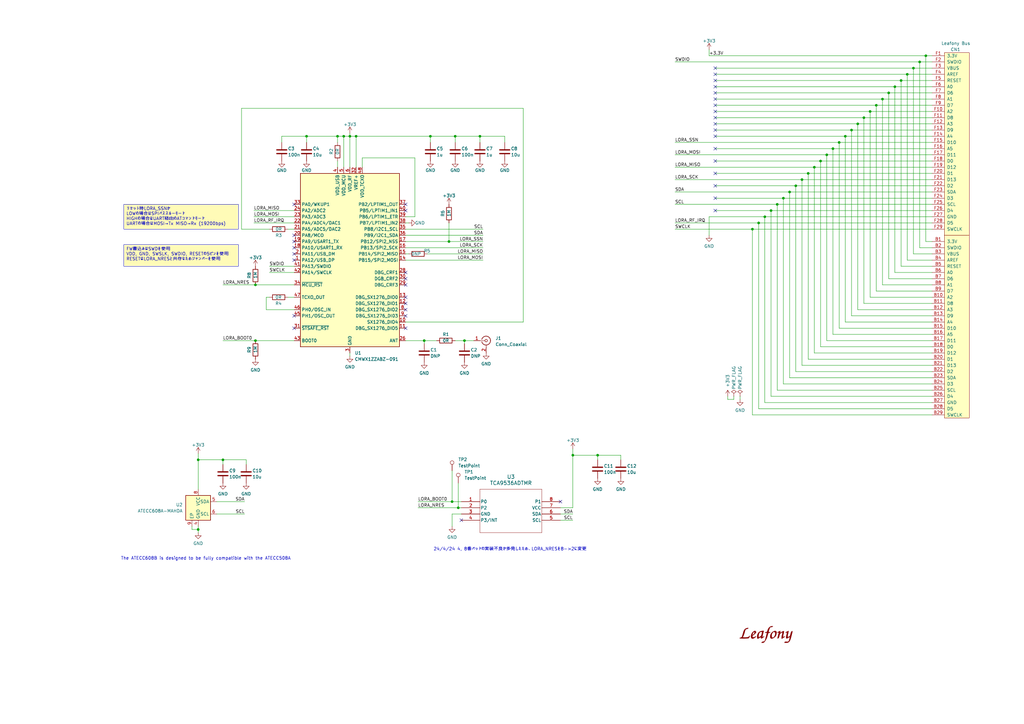
<source format=kicad_sch>
(kicad_sch (version 20231120) (generator "eeschema") (generator_version "8.0")
  (paper "A3")
  (title_block (title "Leafony LoRa ABZ") (date "2024-04-24") (rev "v0.2") (company "Leafony Systems Ins."))
  (lib_symbols
    (symbol "Connector:Conn_Coaxial" (pin_names (offset 1.016) hide)
      (property "Reference" "J" (at 0.254 3.048 0))
      (property "Value" "Conn_Coaxial" (at 2.921 0 90))
      (symbol "Conn_Coaxial_1_1"
        (pin passive line (at -5.08 0 0) (length 2.54) (name "In") (number "1"))
        (pin passive line (at 0 -5.08 90) (length 2.54) (name "Ext") (number "2"))
      )
    )
    (symbol "Connector:TestPoint" (pin_numbers hide) (pin_names (offset 0.762) hide)
      (property "Reference" "TP" (at 0 6.858 0))
      (property "Value" "TestPoint" (at 0 5.08 0))
      (symbol "TestPoint_1_1"
        (pin passive line (at 0 0 90) (length 2.54) (name "1") (number "1"))
      )
    )
    (symbol "Device:C" (pin_numbers hide) (pin_names (offset 0.254))
      (property "Reference" "C" (at 0.635 2.54 0))
      (property "Value" "C" (at 0.635 -2.54 0))
      (symbol "C_1_1"
        (pin passive line (at 0 3.81 270) (length 2.794) (name "~") (number "1"))
        (pin passive line (at 0 -3.81 90) (length 2.794) (name "~") (number "2"))
      )
    )
    (symbol "Device:R" (pin_numbers hide) (pin_names (offset 0))
      (property "Reference" "R" (at 2.032 0 90))
      (property "Value" "R" (at 0 0 90))
      (symbol "R_1_1"
        (pin passive line (at 0 3.81 270) (length 1.27) (name "~") (number "1"))
        (pin passive line (at 0 -3.81 90) (length 1.27) (name "~") (number "2"))
      )
    )
    (symbol "Leafony:LOGO" (pin_names (offset 1.016)))
    (symbol "Leafony:Leafony Bus" (pin_names (offset 1.016))
      (property "Reference" "CN" (at 10.16 5.08 0))
      (property "Value" "Leafony Bus" (at 10.16 2.54 0))
      (symbol "Leafony Bus_1_1"
        (pin passive line (at 0 -76.2 0) (length 5.08) (name "3.3V") (number "B1"))
        (pin passive line (at 0 -99.06 0) (length 5.08) (name "A2") (number "B10"))
        (pin passive line (at 0 -101.6 0) (length 5.08) (name "D8") (number "B11"))
        (pin passive line (at 0 -104.14 0) (length 5.08) (name "A3") (number "B12"))
        (pin passive line (at 0 -106.68 0) (length 5.08) (name "D9") (number "B13"))
        (pin passive line (at 0 -109.22 0) (length 5.08) (name "A4") (number "B14"))
        (pin passive line (at 0 -111.76 0) (length 5.08) (name "D10") (number "B15"))
        (pin passive line (at 0 -114.3 0) (length 5.08) (name "A5") (number "B16"))
        (pin passive line (at 0 -116.84 0) (length 5.08) (name "D11") (number "B17"))
        (pin passive line (at 0 -119.38 0) (length 5.08) (name "D0") (number "B18"))
        (pin passive line (at 0 -121.92 0) (length 5.08) (name "D12") (number "B19"))
        (pin passive line (at 0 -78.74 0) (length 5.08) (name "SWDIO") (number "B2"))
        (pin passive line (at 0 -124.46 0) (length 5.08) (name "D1") (number "B20"))
        (pin passive line (at 0 -127 0) (length 5.08) (name "D13") (number "B21"))
        (pin passive line (at 0 -129.54 0) (length 5.08) (name "D2") (number "B22"))
        (pin passive line (at 0 -132.08 0) (length 5.08) (name "SDA") (number "B23"))
        (pin passive line (at 0 -134.62 0) (length 5.08) (name "D3") (number "B24"))
        (pin passive line (at 0 -137.16 0) (length 5.08) (name "SCL") (number "B25"))
        (pin passive line (at 0 -139.7 0) (length 5.08) (name "D4") (number "B26"))
        (pin passive line (at 0 -142.24 0) (length 5.08) (name "GND") (number "B27"))
        (pin passive line (at 0 -144.78 0) (length 5.08) (name "D5") (number "B28"))
        (pin passive line (at 0 -147.32 0) (length 5.08) (name "SWCLK") (number "B29"))
        (pin passive line (at 0 -81.28 0) (length 5.08) (name "VBUS") (number "B3"))
        (pin passive line (at 0 -83.82 0) (length 5.08) (name "AREF") (number "B4"))
        (pin passive line (at 0 -86.36 0) (length 5.08) (name "RESET") (number "B5"))
        (pin passive line (at 0 -88.9 0) (length 5.08) (name "A0") (number "B6"))
        (pin passive line (at 0 -91.44 0) (length 5.08) (name "D6") (number "B7"))
        (pin passive line (at 0 -93.98 0) (length 5.08) (name "A1") (number "B8"))
        (pin passive line (at 0 -96.52 0) (length 5.08) (name "D7") (number "B9"))
        (pin passive line (at 0 0 0) (length 5.08) (name "3.3V") (number "F1"))
        (pin passive line (at 0 -22.86 0) (length 5.08) (name "A2") (number "F10"))
        (pin passive line (at 0 -25.4 0) (length 5.08) (name "D8") (number "F11"))
        (pin passive line (at 0 -27.94 0) (length 5.08) (name "A3") (number "F12"))
        (pin passive line (at 0 -30.48 0) (length 5.08) (name "D9") (number "F13"))
        (pin passive line (at 0 -33.02 0) (length 5.08) (name "A4") (number "F14"))
        (pin passive line (at 0 -35.56 0) (length 5.08) (name "D10") (number "F15"))
        (pin passive line (at 0 -38.1 0) (length 5.08) (name "A5") (number "F16"))
        (pin passive line (at 0 -40.64 0) (length 5.08) (name "D11") (number "F17"))
        (pin passive line (at 0 -43.18 0) (length 5.08) (name "D0") (number "F18"))
        (pin passive line (at 0 -45.72 0) (length 5.08) (name "D12") (number "F19"))
        (pin passive line (at 0 -2.54 0) (length 5.08) (name "SWDIO") (number "F2"))
        (pin passive line (at 0 -48.26 0) (length 5.08) (name "D1") (number "F20"))
        (pin passive line (at 0 -50.8 0) (length 5.08) (name "D13") (number "F21"))
        (pin passive line (at 0 -53.34 0) (length 5.08) (name "D2") (number "F22"))
        (pin passive line (at 0 -55.88 0) (length 5.08) (name "SDA") (number "F23"))
        (pin passive line (at 0 -58.42 0) (length 5.08) (name "D3") (number "F24"))
        (pin passive line (at 0 -60.96 0) (length 5.08) (name "SCL") (number "F25"))
        (pin passive line (at 0 -63.5 0) (length 5.08) (name "D4") (number "F26"))
        (pin passive line (at 0 -66.04 0) (length 5.08) (name "GND") (number "F27"))
        (pin passive line (at 0 -68.58 0) (length 5.08) (name "D5") (number "F28"))
        (pin passive line (at 0 -71.12 0) (length 5.08) (name "SWCLK") (number "F29"))
        (pin passive line (at 0 -5.08 0) (length 5.08) (name "VBUS") (number "F3"))
        (pin passive line (at 0 -7.62 0) (length 5.08) (name "AREF") (number "F4"))
        (pin passive line (at 0 -10.16 0) (length 5.08) (name "RESET") (number "F5"))
        (pin passive line (at 0 -12.7 0) (length 5.08) (name "A0") (number "F6"))
        (pin passive line (at 0 -15.24 0) (length 5.08) (name "D6") (number "F7"))
        (pin passive line (at 0 -17.78 0) (length 5.08) (name "A1") (number "F8"))
        (pin passive line (at 0 -20.32 0) (length 5.08) (name "D7") (number "F9"))
      )
    )
    (symbol "Leafony:TCA9536ADTMR" (pin_names (offset 0.254))
      (property "Reference" "U" (at 20.32 10.16 0))
      (property "Value" "TCA9536ADTMR" (at 20.32 7.62 0))
      (symbol "TCA9536ADTMR_0_1"
        (pin bidirectional line (at 0 0 0) (length 7.62) (name "P0") (number "1"))
        (pin bidirectional line (at 0 -2.54 0) (length 7.62) (name "P2") (number "2"))
        (pin power_out line (at 0 -5.08 0) (length 7.62) (name "GND") (number "3"))
        (pin bidirectional line (at 0 -7.62 0) (length 7.62) (name "P3/INT") (number "4"))
        (pin bidirectional line (at 40.64 -7.62 180) (length 7.62) (name "SCL") (number "5"))
        (pin bidirectional line (at 40.64 -5.08 180) (length 7.62) (name "SDA") (number "6"))
        (pin power_in line (at 40.64 -2.54 180) (length 7.62) (name "VCC") (number "7"))
        (pin bidirectional line (at 40.64 0 180) (length 7.62) (name "P1") (number "8"))
      )
    )
    (symbol "RF_Module:CMWX1ZZABZ-091"
      (property "Reference" "U" (at -17.78 36.83 0))
      (property "Value" "CMWX1ZZABZ-091" (at 16.51 36.83 0))
      (symbol "CMWX1ZZABZ-091_1_1"
        (pin bidirectional line (at -22.86 0 0) (length 2.54) (name "PA12/USB_DP") (number "1"))
        (pin bidirectional line (at 22.86 -25.4 180) (length 2.54) (name "SX1276_DIO4") (number "10"))
        (pin bidirectional line (at 22.86 -27.94 180) (length 2.54) (name "DBG_SX1276_DIO5") (number "11"))
        (pin bidirectional line (at 22.86 -17.78 180) (length 2.54) (name "DBG_SX1276_DIO1") (number "12"))
        (pin bidirectional line (at 22.86 -15.24 180) (length 2.54) (name "DBG_SX1276_DIO0") (number "13"))
        (pin bidirectional line (at 22.86 0 180) (length 2.54) (name "PB15/SPI2_MOSI") (number "14"))
        (pin bidirectional line (at 22.86 2.54 180) (length 2.54) (name "PB14/SPI2_MISO") (number "15"))
        (pin bidirectional line (at 22.86 5.08 180) (length 2.54) (name "PB13/SPI2_SCK") (number "16"))
        (pin bidirectional line (at 22.86 7.62 180) (length 2.54) (name "PB12/SPI2_NSS") (number "17"))
        (pin bidirectional line (at -22.86 5.08 0) (length 2.54) (name "PA10/USART1_RX") (number "18"))
        (pin bidirectional line (at -22.86 7.62 0) (length 2.54) (name "PA9/USART1_TX") (number "19"))
        (pin bidirectional line (at -22.86 2.54 0) (length 2.54) (name "PA11/USB_DM") (number "2"))
        (pin bidirectional line (at -22.86 10.16 0) (length 2.54) (name "PA8/MCO") (number "20"))
        (pin bidirectional line (at -22.86 12.7 0) (length 2.54) (name "PA5/ADC5/DAC2") (number "21"))
        (pin bidirectional line (at -22.86 15.24 0) (length 2.54) (name "PA4/ADC4/DAC1") (number "22"))
        (pin bidirectional line (at -22.86 17.78 0) (length 2.54) (name "PA3/ADC3") (number "23"))
        (pin bidirectional line (at -22.86 20.32 0) (length 2.54) (name "PA2/ADC2") (number "24"))
        (pin passive line (at 0 -38.1 90) (length 2.54) hide (name "GND") (number "25"))
        (pin passive line (at 22.86 -33.02 180) (length 2.54) (name "ANT") (number "26"))
        (pin passive line (at 0 -38.1 90) (length 2.54) hide (name "GND") (number "27"))
        (pin passive line (at 22.86 -5.08 180) (length 2.54) (name "DBG_CRF1") (number "28"))
        (pin passive line (at 22.86 -10.16 180) (length 2.54) (name "DBG_CRF3") (number "29"))
        (pin power_in line (at 0 -38.1 90) (length 2.54) (name "GND") (number "3"))
        (pin passive line (at 22.86 -7.62 180) (length 2.54) (name "DGB_CRF2") (number "30"))
        (pin passive line (at -22.86 -27.94 0) (length 2.54) (name "~{STSAFE_RST}") (number "31"))
        (pin power_in line (at 2.54 38.1 270) (length 2.54) (name "VREF+") (number "32"))
        (pin bidirectional line (at -22.86 22.86 0) (length 2.54) (name "PA0/WKUP1") (number "33"))
        (pin input line (at -22.86 -10.16 0) (length 2.54) (name "~{MCU_RST}") (number "34"))
        (pin bidirectional line (at 22.86 12.7 180) (length 2.54) (name "PB8/I2C1_SCL") (number "35"))
        (pin bidirectional line (at 22.86 10.16 180) (length 2.54) (name "PB9/I2C1_SDA") (number "36"))
        (pin bidirectional line (at 22.86 22.86 180) (length 2.54) (name "PB2/LPTIM1_OUT") (number "37"))
        (pin bidirectional line (at 22.86 15.24 180) (length 2.54) (name "PB7/LPTIM1_IN2") (number "38"))
        (pin bidirectional line (at 22.86 17.78 180) (length 2.54) (name "PB6/LPTIM1_ETR") (number "39"))
        (pin power_in line (at -5.08 38.1 270) (length 2.54) (name "VDD_USB") (number "4"))
        (pin bidirectional line (at 22.86 20.32 180) (length 2.54) (name "PB5/LPTIM1_IN1") (number "40"))
        (pin bidirectional line (at -22.86 -2.54 0) (length 2.54) (name "PA13/SWDIO") (number "41"))
        (pin bidirectional line (at -22.86 -5.08 0) (length 2.54) (name "PA14/SWCLK") (number "42"))
        (pin input line (at -22.86 -33.02 0) (length 2.54) (name "BOOT0") (number "43"))
        (pin passive line (at 0 -38.1 90) (length 2.54) hide (name "GND") (number "44"))
        (pin bidirectional line (at -22.86 -22.86 0) (length 2.54) (name "PH1/OSC_OUT") (number "45"))
        (pin bidirectional line (at -22.86 -20.32 0) (length 2.54) (name "PH0/OSC_IN") (number "46"))
        (pin output line (at -22.86 -15.24 0) (length 2.54) (name "TCXO_OUT") (number "47"))
        (pin power_in line (at 5.08 38.1 270) (length 2.54) (name "VDD_TCXO") (number "48"))
        (pin passive line (at 0 -38.1 90) (length 2.54) hide (name "GND") (number "49"))
        (pin power_in line (at -2.54 38.1 270) (length 2.54) (name "VDD_MCU") (number "5"))
        (pin passive line (at 0 -38.1 90) (length 2.54) hide (name "GND") (number "50"))
        (pin passive line (at 0 -38.1 90) (length 2.54) hide (name "GND") (number "51"))
        (pin passive line (at 0 -38.1 90) (length 2.54) hide (name "GND") (number "52"))
        (pin passive line (at 0 -38.1 90) (length 2.54) hide (name "GND") (number "53"))
        (pin passive line (at 0 -38.1 90) (length 2.54) hide (name "GND") (number "54"))
        (pin passive line (at 0 -38.1 90) (length 2.54) hide (name "GND") (number "55"))
        (pin passive line (at 0 -38.1 90) (length 2.54) hide (name "GND") (number "56"))
        (pin passive line (at 0 -38.1 90) (length 2.54) hide (name "GND") (number "57"))
        (pin power_in line (at 0 38.1 270) (length 2.54) (name "VDD_RF") (number "6"))
        (pin passive line (at 0 -38.1 90) (length 2.54) hide (name "GND") (number "7"))
        (pin bidirectional line (at 22.86 -20.32 180) (length 2.54) (name "DBG_SX1276_DIO2") (number "8"))
        (pin bidirectional line (at 22.86 -22.86 180) (length 2.54) (name "DBG_SX1276_DI03") (number "9"))
      )
    )
    (symbol "Security:ATECC608A-MAHDA"
      (property "Reference" "U" (at 3.81 6.35 0))
      (property "Value" "ATECC608A-MAHDA" (at 10.16 -6.35 0))
      (symbol "ATECC608A-MAHDA_1_1"
        (pin no_connect line (at -5.08 2.54 0) (length 2.54) hide (name "NC") (number "1"))
        (pin no_connect line (at -5.08 0 0) (length 2.54) hide (name "NC") (number "2"))
        (pin no_connect line (at -5.08 -2.54 0) (length 2.54) hide (name "NC") (number "3"))
        (pin power_in line (at 0 -7.62 90) (length 2.54) (name "GND") (number "4"))
        (pin bidirectional line (at 7.62 2.54 180) (length 2.54) (name "SDA") (number "5"))
        (pin input line (at 7.62 -2.54 180) (length 2.54) (name "SCL") (number "6"))
        (pin no_connect line (at 5.08 0 180) (length 2.54) hide (name "NC") (number "7"))
        (pin power_in line (at 0 7.62 270) (length 2.54) (name "VCC") (number "8"))
        (pin input line (at -2.54 -7.62 90) (length 2.54) (name "EP") (number "9"))
      )
    )
    (symbol "power:+3.3V" (power) (pin_names (offset 0))
      (property "Value" "+3.3V" (at 0 3.556 0))
      (symbol "+3.3V_1_1"
        (pin power_in line (at 0 0 90) (length 0) hide (name "+3V3") (number "1"))
      )
    )
    (symbol "power:GND" (power) (pin_names (offset 0))
      (property "Value" "GND" (at 0 -3.81 0))
      (symbol "GND_1_1"
        (pin power_in line (at 0 0 270) (length 0) hide (name "GND") (number "1"))
      )
    )
    (symbol "power:PWR_FLAG" (power) (pin_numbers hide) (pin_names (offset 0) hide)
      (property "Value" "PWR_FLAG" (at 0 3.81 0))
      (symbol "PWR_FLAG_0_0"
        (pin power_out line (at 0 0 90) (length 0) (name "pwr") (number "1"))
      )
    )
  )
  (junction (at 176.53 55.88))
  (junction (at 245.11 186.69))
  (junction (at 339.09 63.5))
  (junction (at 359.41 43.18))
  (junction (at 326.39 76.2))
  (junction (at 367.03 35.56))
  (junction (at 374.65 27.94))
  (junction (at 316.23 86.36))
  (junction (at 81.28 188.595))
  (junction (at 138.43 55.88))
  (junction (at 196.85 55.88))
  (junction (at 328.93 73.66))
  (junction (at 334.01 68.58))
  (junction (at 354.33 48.26))
  (junction (at 190.5 139.7))
  (junction (at 140.97 55.88))
  (junction (at 344.17 58.42))
  (junction (at 356.87 45.72))
  (junction (at 146.05 55.88))
  (junction (at 336.55 66.04))
  (junction (at 331.47 71.12))
  (junction (at 364.49 38.1))
  (junction (at 313.69 88.9))
  (junction (at 346.71 55.88))
  (junction (at 185.42 205.74))
  (junction (at 341.63 60.96))
  (junction (at 234.95 186.69))
  (junction (at 308.61 93.98))
  (junction (at 349.25 53.34))
  (junction (at 104.775 116.84))
  (junction (at 143.51 55.88))
  (junction (at 104.775 139.7))
  (junction (at 81.28 217.17))
  (junction (at 361.95 40.64))
  (junction (at 91.44 188.595))
  (junction (at 369.57 33.02))
  (junction (at 351.79 50.8))
  (junction (at 186.69 55.88))
  (junction (at 321.31 81.28))
  (junction (at 311.15 91.44))
  (junction (at 379.73 22.86))
  (junction (at 318.77 83.82))
  (junction (at 184.15 99.06))
  (junction (at 323.85 78.74))
  (junction (at 125.73 55.88))
  (junction (at 187.96 208.28))
  (junction (at 377.19 25.4))
  (junction (at 173.99 139.7))
  (junction (at 372.11 30.48))
  (no_connect (at 120.65 129.54))
  (no_connect (at 293.37 71.12))
  (no_connect (at 293.37 81.28))
  (no_connect (at 166.37 116.84))
  (no_connect (at 293.37 86.36))
  (no_connect (at 120.65 104.14))
  (no_connect (at 166.37 83.82))
  (no_connect (at 229.87 205.74))
  (no_connect (at 293.37 33.02))
  (no_connect (at 293.37 38.1))
  (no_connect (at 166.37 124.46))
  (no_connect (at 120.65 106.68))
  (no_connect (at 120.65 134.62))
  (no_connect (at 293.37 76.2))
  (no_connect (at 293.37 30.48))
  (no_connect (at 189.23 213.36))
  (no_connect (at 166.37 86.36))
  (no_connect (at 293.37 55.88))
  (no_connect (at 293.37 48.26))
  (no_connect (at 293.37 43.18))
  (no_connect (at 293.37 53.34))
  (no_connect (at 293.37 66.04))
  (no_connect (at 166.37 127))
  (no_connect (at 166.37 134.62))
  (no_connect (at 166.37 129.54))
  (no_connect (at 293.37 40.64))
  (no_connect (at 120.65 99.06))
  (no_connect (at 166.37 111.76))
  (no_connect (at 293.37 27.94))
  (no_connect (at 293.37 45.72))
  (no_connect (at 293.37 50.8))
  (no_connect (at 120.65 101.6))
  (no_connect (at 166.37 121.92))
  (no_connect (at 166.37 114.3))
  (no_connect (at 120.65 96.52))
  (no_connect (at 293.37 60.96))
  (no_connect (at 293.37 35.56))
  (no_connect (at 120.65 83.82))
  (wire (pts (xy 377.19 101.6) (xy 377.19 25.4)))
  (wire (pts (xy 109.22 121.92) (xy 110.49 121.92)))
  (wire (pts (xy 118.11 121.92) (xy 120.65 121.92)))
  (wire (pts (xy 166.37 93.98) (xy 198.12 93.98)))
  (wire (pts (xy 245.11 188.595) (xy 245.11 186.69)))
  (wire (pts (xy 166.37 132.08) (xy 214.63 132.08)))
  (wire (pts (xy 170.18 64.77) (xy 170.18 88.9)))
  (wire (pts (xy 187.96 198.12) (xy 187.96 208.28)))
  (wire (pts (xy 382.27 38.1) (xy 364.49 38.1)))
  (wire (pts (xy 81.28 217.17) (xy 81.28 218.44)))
  (wire (pts (xy 356.87 121.92) (xy 356.87 45.72)))
  (wire (pts (xy 166.37 106.68) (xy 198.12 106.68)))
  (wire (pts (xy 81.28 188.595) (xy 81.28 200.66)))
  (wire (pts (xy 234.95 186.69) (xy 234.95 208.28)))
  (wire (pts (xy 382.27 165.1) (xy 313.69 165.1)))
  (wire (pts (xy 382.27 99.06) (xy 379.73 99.06)))
  (wire (pts (xy 176.53 55.88) (xy 176.53 58.42)))
  (wire (pts (xy 377.19 101.6) (xy 382.27 101.6)))
  (wire (pts (xy 382.27 144.78) (xy 334.01 144.78)))
  (wire (pts (xy 91.44 139.7) (xy 104.775 139.7)))
  (wire (pts (xy 382.27 30.48) (xy 372.11 30.48)))
  (wire (pts (xy 175.26 104.14) (xy 198.12 104.14)))
  (wire (pts (xy 190.5 139.7) (xy 194.31 139.7)))
  (wire (pts (xy 186.69 55.88) (xy 196.85 55.88)))
  (wire (pts (xy 382.27 114.3) (xy 364.49 114.3)))
  (wire (pts (xy 176.53 55.88) (xy 186.69 55.88)))
  (wire (pts (xy 300.99 163.83) (xy 298.45 163.83)))
  (wire (pts (xy 382.27 86.36) (xy 316.23 86.36)))
  (wire (pts (xy 125.73 55.88) (xy 115.57 55.88)))
  (wire (pts (xy 143.51 54.61) (xy 143.51 55.88)))
  (wire (pts (xy 382.27 124.46) (xy 354.33 124.46)))
  (wire (pts (xy 214.63 132.08) (xy 214.63 44.45)))
  (wire (pts (xy 339.09 63.5) (xy 276.86 63.5)))
  (wire (pts (xy 125.73 55.88) (xy 125.73 58.42)))
  (wire (pts (xy 99.06 93.98) (xy 110.49 93.98)))
  (wire (pts (xy 382.27 22.86) (xy 379.73 22.86)))
  (wire (pts (xy 91.44 188.595) (xy 81.28 188.595)))
  (wire (pts (xy 341.63 60.96) (xy 293.37 60.96)))
  (wire (pts (xy 171.45 208.28) (xy 187.96 208.28)))
  (wire (pts (xy 344.17 134.62) (xy 344.17 58.42)))
  (wire (pts (xy 382.27 134.62) (xy 344.17 134.62)))
  (wire (pts (xy 104.775 139.7) (xy 120.65 139.7)))
  (wire (pts (xy 369.57 109.22) (xy 369.57 33.02)))
  (wire (pts (xy 303.53 163.83) (xy 303.53 162.56)))
  (wire (pts (xy 78.74 217.17) (xy 81.28 217.17)))
  (wire (pts (xy 81.28 186.055) (xy 81.28 188.595)))
  (wire (pts (xy 382.27 25.4) (xy 377.19 25.4)))
  (wire (pts (xy 245.11 186.69) (xy 234.95 186.69)))
  (wire (pts (xy 328.93 149.86) (xy 328.93 73.66)))
  (wire (pts (xy 166.37 139.7) (xy 173.99 139.7)))
  (wire (pts (xy 382.27 160.02) (xy 318.77 160.02)))
  (wire (pts (xy 290.83 88.9) (xy 313.69 88.9)))
  (wire (pts (xy 382.27 63.5) (xy 339.09 63.5)))
  (wire (pts (xy 382.27 111.76) (xy 367.03 111.76)))
  (wire (pts (xy 382.27 58.42) (xy 344.17 58.42)))
  (wire (pts (xy 88.9 210.82) (xy 100.33 210.82)))
  (wire (pts (xy 351.79 127) (xy 351.79 50.8)))
  (wire (pts (xy 276.86 78.74) (xy 323.85 78.74)))
  (wire (pts (xy 166.37 99.06) (xy 184.15 99.06)))
  (wire (pts (xy 173.99 139.7) (xy 179.07 139.7)))
  (wire (pts (xy 356.87 45.72) (xy 293.37 45.72)))
  (wire (pts (xy 382.27 152.4) (xy 326.39 152.4)))
  (wire (pts (xy 99.06 44.45) (xy 99.06 93.98)))
  (wire (pts (xy 382.27 50.8) (xy 351.79 50.8)))
  (wire (pts (xy 382.27 76.2) (xy 326.39 76.2)))
  (wire (pts (xy 190.5 139.7) (xy 190.5 140.97)))
  (wire (pts (xy 148.59 68.58) (xy 148.59 64.77)))
  (wire (pts (xy 382.27 167.64) (xy 311.15 167.64)))
  (wire (pts (xy 207.01 55.88) (xy 207.01 58.42)))
  (wire (pts (xy 382.27 55.88) (xy 346.71 55.88)))
  (wire (pts (xy 382.27 53.34) (xy 349.25 53.34)))
  (wire (pts (xy 382.27 43.18) (xy 359.41 43.18)))
  (wire (pts (xy 184.15 99.06) (xy 198.12 99.06)))
  (wire (pts (xy 166.37 91.44) (xy 167.64 91.44)))
  (wire (pts (xy 382.27 119.38) (xy 359.41 119.38)))
  (wire (pts (xy 382.27 116.84) (xy 361.95 116.84)))
  (wire (pts (xy 196.85 55.88) (xy 196.85 58.42)))
  (wire (pts (xy 308.61 93.98) (xy 308.61 170.18)))
  (wire (pts (xy 382.27 81.28) (xy 321.31 81.28)))
  (wire (pts (xy 382.27 73.66) (xy 328.93 73.66)))
  (wire (pts (xy 382.27 142.24) (xy 336.55 142.24)))
  (wire (pts (xy 187.96 208.28) (xy 189.23 208.28)))
  (wire (pts (xy 186.69 139.7) (xy 190.5 139.7)))
  (wire (pts (xy 276.86 93.98) (xy 308.61 93.98)))
  (wire (pts (xy 229.87 210.82) (xy 234.95 210.82)))
  (wire (pts (xy 372.11 106.68) (xy 372.11 30.48)))
  (wire (pts (xy 118.11 93.98) (xy 120.65 93.98)))
  (wire (pts (xy 372.11 30.48) (xy 293.37 30.48)))
  (wire (pts (xy 166.37 101.6) (xy 198.12 101.6)))
  (wire (pts (xy 78.74 215.9) (xy 78.74 217.17)))
  (wire (pts (xy 88.9 205.74) (xy 100.33 205.74)))
  (wire (pts (xy 104.14 91.44) (xy 120.65 91.44)))
  (wire (pts (xy 184.15 91.44) (xy 184.15 99.06)))
  (wire (pts (xy 185.42 215.9) (xy 185.42 210.82)))
  (wire (pts (xy 326.39 152.4) (xy 326.39 76.2)))
  (wire (pts (xy 146.05 55.88) (xy 176.53 55.88)))
  (wire (pts (xy 377.19 25.4) (xy 276.86 25.4)))
  (wire (pts (xy 382.27 40.64) (xy 361.95 40.64)))
  (wire (pts (xy 369.57 33.02) (xy 293.37 33.02)))
  (wire (pts (xy 382.27 104.14) (xy 374.65 104.14)))
  (wire (pts (xy 81.28 215.9) (xy 81.28 217.17)))
  (wire (pts (xy 290.83 88.9) (xy 290.83 96.52)))
  (wire (pts (xy 234.95 208.28) (xy 229.87 208.28)))
  (wire (pts (xy 382.27 83.82) (xy 318.77 83.82)))
  (wire (pts (xy 367.03 35.56) (xy 293.37 35.56)))
  (wire (pts (xy 316.23 162.56) (xy 316.23 86.36)))
  (wire (pts (xy 346.71 132.08) (xy 346.71 55.88)))
  (wire (pts (xy 382.27 121.92) (xy 356.87 121.92)))
  (wire (pts (xy 140.97 55.88) (xy 140.97 68.58)))
  (wire (pts (xy 104.14 88.9) (xy 120.65 88.9)))
  (wire (pts (xy 91.44 116.84) (xy 104.775 116.84)))
  (wire (pts (xy 382.27 127) (xy 351.79 127)))
  (wire (pts (xy 298.45 163.83) (xy 298.45 162.56)))
  (wire (pts (xy 382.27 35.56) (xy 367.03 35.56)))
  (wire (pts (xy 185.42 193.04) (xy 185.42 205.74)))
  (wire (pts (xy 138.43 55.88) (xy 125.73 55.88)))
  (wire (pts (xy 146.05 55.88) (xy 146.05 68.58)))
  (wire (pts (xy 382.27 162.56) (xy 316.23 162.56)))
  (wire (pts (xy 234.95 184.15) (xy 234.95 186.69)))
  (wire (pts (xy 374.65 27.94) (xy 293.37 27.94)))
  (wire (pts (xy 382.27 154.94) (xy 323.85 154.94)))
  (wire (pts (xy 313.69 165.1) (xy 313.69 88.9)))
  (wire (pts (xy 109.22 127) (xy 109.22 121.92)))
  (wire (pts (xy 170.18 88.9) (xy 166.37 88.9)))
  (wire (pts (xy 382.27 129.54) (xy 349.25 129.54)))
  (wire (pts (xy 100.965 188.595) (xy 100.965 190.5)))
  (wire (pts (xy 143.51 55.88) (xy 146.05 55.88)))
  (wire (pts (xy 186.69 55.88) (xy 186.69 58.42)))
  (wire (pts (xy 138.43 66.04) (xy 138.43 68.58)))
  (wire (pts (xy 173.99 139.7) (xy 173.99 140.97)))
  (wire (pts (xy 143.51 55.88) (xy 140.97 55.88)))
  (wire (pts (xy 148.59 64.77) (xy 170.18 64.77)))
  (wire (pts (xy 351.79 50.8) (xy 293.37 50.8)))
  (wire (pts (xy 364.49 38.1) (xy 293.37 38.1)))
  (wire (pts (xy 143.51 55.88) (xy 143.51 68.58)))
  (wire (pts (xy 382.27 137.16) (xy 341.63 137.16)))
  (wire (pts (xy 276.86 91.44) (xy 311.15 91.44)))
  (wire (pts (xy 300.99 162.56) (xy 300.99 163.83)))
  (wire (pts (xy 382.27 27.94) (xy 374.65 27.94)))
  (wire (pts (xy 382.27 109.22) (xy 369.57 109.22)))
  (wire (pts (xy 374.65 104.14) (xy 374.65 27.94)))
  (wire (pts (xy 245.11 186.69) (xy 254.635 186.69)))
  (wire (pts (xy 382.27 68.58) (xy 334.01 68.58)))
  (wire (pts (xy 382.27 78.74) (xy 323.85 78.74)))
  (wire (pts (xy 344.17 58.42) (xy 276.86 58.42)))
  (wire (pts (xy 361.95 40.64) (xy 293.37 40.64)))
  (wire (pts (xy 379.73 99.06) (xy 379.73 22.86)))
  (wire (pts (xy 367.03 111.76) (xy 367.03 35.56)))
  (wire (pts (xy 311.15 91.44) (xy 382.27 91.44)))
  (wire (pts (xy 359.41 119.38) (xy 359.41 43.18)))
  (wire (pts (xy 382.27 48.26) (xy 354.33 48.26)))
  (wire (pts (xy 382.27 66.04) (xy 336.55 66.04)))
  (wire (pts (xy 382.27 60.96) (xy 341.63 60.96)))
  (wire (pts (xy 138.43 55.88) (xy 138.43 58.42)))
  (wire (pts (xy 361.95 116.84) (xy 361.95 40.64)))
  (wire (pts (xy 323.85 154.94) (xy 323.85 78.74)))
  (wire (pts (xy 254.635 186.69) (xy 254.635 188.595)))
  (wire (pts (xy 166.37 104.14) (xy 167.64 104.14)))
  (wire (pts (xy 382.27 71.12) (xy 331.47 71.12)))
  (wire (pts (xy 185.42 210.82) (xy 189.23 210.82)))
  (wire (pts (xy 336.55 142.24) (xy 336.55 66.04)))
  (wire (pts (xy 382.27 33.02) (xy 369.57 33.02)))
  (wire (pts (xy 382.27 88.9) (xy 313.69 88.9)))
  (wire (pts (xy 214.63 44.45) (xy 99.06 44.45)))
  (wire (pts (xy 115.57 55.88) (xy 115.57 58.42)))
  (wire (pts (xy 382.27 106.68) (xy 372.11 106.68)))
  (wire (pts (xy 110.49 109.22) (xy 120.65 109.22)))
  (wire (pts (xy 382.27 132.08) (xy 346.71 132.08)))
  (wire (pts (xy 334.01 68.58) (xy 276.86 68.58)))
  (wire (pts (xy 382.27 139.7) (xy 339.09 139.7)))
  (wire (pts (xy 110.49 111.76) (xy 120.65 111.76)))
  (wire (pts (xy 346.71 55.88) (xy 293.37 55.88)))
  (wire (pts (xy 140.97 55.88) (xy 138.43 55.88)))
  (wire (pts (xy 341.63 137.16) (xy 341.63 60.96)))
  (wire (pts (xy 339.09 139.7) (xy 339.09 63.5)))
  (wire (pts (xy 166.37 96.52) (xy 198.12 96.52)))
  (wire (pts (xy 331.47 71.12) (xy 293.37 71.12)))
  (wire (pts (xy 328.93 73.66) (xy 276.86 73.66)))
  (wire (pts (xy 104.14 86.36) (xy 120.65 86.36)))
  (wire (pts (xy 326.39 76.2) (xy 293.37 76.2)))
  (wire (pts (xy 336.55 66.04) (xy 293.37 66.04)))
  (wire (pts (xy 308.61 93.98) (xy 382.27 93.98)))
  (wire (pts (xy 349.25 129.54) (xy 349.25 53.34)))
  (wire (pts (xy 120.65 127) (xy 109.22 127)))
  (wire (pts (xy 354.33 48.26) (xy 293.37 48.26)))
  (wire (pts (xy 318.77 160.02) (xy 318.77 83.82)))
  (wire (pts (xy 229.87 213.36) (xy 234.95 213.36)))
  (wire (pts (xy 91.44 190.5) (xy 91.44 188.595)))
  (wire (pts (xy 316.23 86.36) (xy 293.37 86.36)))
  (wire (pts (xy 321.31 81.28) (xy 293.37 81.28)))
  (wire (pts (xy 321.31 157.48) (xy 321.31 81.28)))
  (wire (pts (xy 354.33 124.46) (xy 354.33 48.26)))
  (wire (pts (xy 382.27 157.48) (xy 321.31 157.48)))
  (wire (pts (xy 196.85 55.88) (xy 207.01 55.88)))
  (wire (pts (xy 276.86 83.82) (xy 318.77 83.82)))
  (wire (pts (xy 331.47 147.32) (xy 331.47 71.12)))
  (wire (pts (xy 311.15 91.44) (xy 311.15 167.64)))
  (wire (pts (xy 364.49 114.3) (xy 364.49 38.1)))
  (wire (pts (xy 334.01 144.78) (xy 334.01 68.58)))
  (wire (pts (xy 382.27 45.72) (xy 356.87 45.72)))
  (wire (pts (xy 290.83 20.32) (xy 290.83 22.86)))
  (wire (pts (xy 143.51 144.78) (xy 143.51 146.05)))
  (wire (pts (xy 359.41 43.18) (xy 293.37 43.18)))
  (wire (pts (xy 91.44 188.595) (xy 100.965 188.595)))
  (wire (pts (xy 349.25 53.34) (xy 293.37 53.34)))
  (wire (pts (xy 382.27 170.18) (xy 308.61 170.18)))
  (wire (pts (xy 185.42 205.74) (xy 189.23 205.74)))
  (wire (pts (xy 382.27 147.32) (xy 331.47 147.32)))
  (wire (pts (xy 382.27 149.86) (xy 328.93 149.86)))
  (wire (pts (xy 379.73 22.86) (xy 290.83 22.86)))
  (wire (pts (xy 104.775 116.84) (xy 120.65 116.84)))
  (wire (pts (xy 171.45 205.74) (xy 185.42 205.74)))
  (text_box "FW書込みはSWDを使用\nVDD, GND, SWSLK, SWDIO, RESETの5ピンを使用\nRESETはLORA_NRESと共存なためジャンパーを使用" (at 50.8 100.33 0) (size 46.99 8.89) (fill (type color) (color 255 251 183 1)) (effects (font (size 1.27 1.27)) (justify left top)))
  (text_box "リセット時LORA_SSNが\nLOWの場合はSPIパススルーモード\nHIGHの場合はUART経由のATコマンドモード\nUARTの場合はMOSI→Tx MISO→Rx (19200bps)" (at 50.8 83.82 0) (size 46.99 10.16) (fill (type color) (color 255 251 183 1)) (effects (font (size 1.27 1.27)) (justify left top)))
  (text "The ATECC608B is designed to be fully compatible with the ATECC508A" (at 49.53 229.87 0) (effects (font (size 1.27 1.27)) (justify left bottom)))
  (text "24/4/24 4, 8番パッドの実装不良が多発したため、LORA_NRESを8->2に変更" (at 177.8 226.06 0) (effects (font (size 1.27 1.27)) (justify left bottom)))
  (label "SDA" (at 276.86 78.74 0))
  (label "SDA" (at 234.95 210.82 180))
  (label "LORA_MISO" (at 104.14 86.36 0))
  (label "LORA_MOSI" (at 104.14 88.9 0))
  (label "SWDIO" (at 276.86 25.4 0))
  (label "LORA_SCK" (at 276.86 73.66 0))
  (label "SWDIO" (at 110.49 109.22 0))
  (label "LORA_SSN" (at 276.86 58.42 0))
  (label "+3.3V" (at 290.83 22.86 0))
  (label "LORA_SCK" (at 198.12 101.6 180))
  (label "LORA_MISO" (at 198.12 104.14 180))
  (label "SCL" (at 276.86 83.82 0))
  (label "LORA_NRES" (at 171.45 208.28 0))
  (label "SWCLK" (at 276.86 93.98 0))
  (label "LORA_RF_IRQ" (at 104.14 91.44 0))
  (label "LORA_NRES" (at 91.44 116.84 0))
  (label "LORA_MOSI" (at 276.86 63.5 0))
  (label "SCL" (at 198.12 93.98 180))
  (label "SCL" (at 234.95 213.36 180))
  (label "SWCLK" (at 110.49 111.76 0))
  (label "LORA_RF_IRQ" (at 276.86 91.44 0))
  (label "LORA_MOSI" (at 198.12 106.68 180))
  (label "LORA_BOOT0" (at 91.44 139.7 0))
  (label "LORA_SSN" (at 198.12 99.06 180))
  (label "SDA" (at 100.33 205.74 180))
  (label "LORA_MISO" (at 276.86 68.58 0))
  (label "SCL" (at 100.33 210.82 180))
  (label "SDA" (at 198.12 96.52 180))
  (label "LORA_BOOT0" (at 171.45 205.74 0))
  (symbol (lib_id "power:PWR_FLAG") (at 303.53 162.56 0) (unit 1)
    (property "Reference" "#FLG0102" (effects (hide yes)))
    (property "Value" "PWR_FLAG" (at 303.53 154.94 90))
  )
  (symbol (lib_id "power:+3.3V") (at 184.15 83.82 0) (unit 1)
    (property "Reference" "#PWR018" (effects (hide yes)))
    (property "Value" "+3V3" (at 184.15 80.2442 0))
  )
  (symbol (lib_id "power:GND") (at 115.57 66.04 0) (unit 1)
    (property "Reference" "#PWR013" (effects (hide yes)))
    (property "Value" "GND" (at 115.57 69.85 0))
  )
  (symbol (lib_id "Connector:Conn_Coaxial") (at 199.39 139.7 0) (unit 1)
    (property "Reference" "J1" (at 203.2 138.7232 0) (effects (justify left)))
    (property "Value" "Conn_Coaxial" (at 203.2 141.2632 0) (effects (justify left)))
    (property "Footprint" "Connector_Coaxial:U.FL_Molex_MCRF_73412-0110_Vertical" (effects (hide yes)))
    (property "Datasheet" " ~" (effects (hide yes)))
  )
  (symbol (lib_id "Device:C") (at 190.5 144.78 0) (unit 1)
    (property "Reference" "C2" (at 193.04 143.51 0) (effects (justify left)))
    (property "Value" "DNP" (at 193.04 146.05 0) (effects (justify left)))
    (property "Footprint" "Capacitor_SMD:C_0402_1005Metric" (effects (hide yes)))
  )
  (symbol (lib_id "power:GND") (at 173.99 148.59 0) (unit 1)
    (property "Reference" "#PWR09" (effects (hide yes)))
    (property "Value" "GND" (at 173.99 153.0334 0))
  )
  (symbol (lib_id "Device:C") (at 176.53 62.23 0) (unit 1)
    (property "Reference" "C5" (at 179.07 60.96 0) (effects (justify left)))
    (property "Value" "1u" (at 179.07 63.5 0) (effects (justify left)))
    (property "Footprint" "Capacitor_SMD:C_0402_1005Metric" (effects (hide yes)))
  )
  (symbol (lib_id "power:+3.3V") (at 290.83 20.32 0) (unit 1)
    (property "Reference" "#PWR0101" (effects (hide yes)))
    (property "Value" "+3V3" (at 290.83 16.7442 0))
  )
  (symbol (lib_id "Device:R") (at 114.3 93.98 90) (unit 1)
    (property "Reference" "R3" (at 114.3 96.52 90))
    (property "Value" "0R" (at 114.3 93.98 90))
    (property "Footprint" "Resistor_SMD:R_0402_1005Metric" (effects (hide yes)))
  )
  (symbol (lib_id "power:+3.3V") (at 143.51 54.61 0) (unit 1)
    (property "Reference" "#PWR010" (effects (hide yes)))
    (property "Value" "+3V3" (at 143.51 51.0342 0))
  )
  (symbol (lib_id "power:GND") (at 190.5 148.59 0) (unit 1)
    (property "Reference" "#PWR08" (effects (hide yes)))
    (property "Value" "GND" (at 190.5 153.0334 0))
  )
  (symbol (lib_id "power:GND") (at 143.51 146.05 0) (unit 1)
    (property "Reference" "#PWR06" (effects (hide yes)))
    (property "Value" "GND" (at 143.51 150.4934 0))
  )
  (symbol (lib_id "power:GND") (at 125.73 66.04 0) (unit 1)
    (property "Reference" "#PWR012" (effects (hide yes)))
    (property "Value" "GND" (at 125.73 69.85 0))
  )
  (symbol (lib_id "power:GND") (at 100.965 198.12 0) (unit 1)
    (property "Reference" "#PWR022" (effects (hide yes)))
    (property "Value" "GND" (at 100.965 202.5634 0))
  )
  (symbol (lib_id "RF_Module:CMWX1ZZABZ-091") (at 143.51 106.68 0) (unit 1)
    (property "Reference" "U1" (at 145.4659 144.78 0) (effects (justify left)))
    (property "Value" "CMWX1ZZABZ-091" (at 145.4659 147.32 0) (effects (justify left)))
    (property "Footprint" "RF_Module:CMWX1ZZABZ" (effects (hide yes)))
    (property "Datasheet" "https://wireless.murata.com/RFM/data/type_abz.pdf" (effects (hide yes)))
  )
  (symbol (lib_id "Device:C") (at 196.85 62.23 0) (unit 1)
    (property "Reference" "C7" (at 199.39 60.96 0) (effects (justify left)))
    (property "Value" "1u" (at 199.39 63.5 0) (effects (justify left)))
    (property "Footprint" "Capacitor_SMD:C_0402_1005Metric" (effects (hide yes)))
  )
  (symbol (lib_id "power:GND") (at 176.53 66.04 0) (unit 1)
    (property "Reference" "#PWR014" (effects (hide yes)))
    (property "Value" "GND" (at 176.53 69.85 0))
  )
  (symbol (lib_id "Leafony:Leafony Bus") (at 382.27 22.86 0) (unit 1)
    (property "Reference" "CN1" (at 389.89 20.32 0) (effects (justify left)))
    (property "Value" "Leafony Bus" (at 386.08 17.78 0) (effects (justify left)))
    (property "Footprint" "Leafony:CN_F29_B29" (effects (hide yes)))
  )
  (symbol (lib_id "Device:C") (at 91.44 194.31 0) (unit 1)
    (property "Reference" "C9" (at 93.98 193.04 0) (effects (justify left)))
    (property "Value" "100n" (at 93.98 195.58 0) (effects (justify left)))
    (property "Footprint" "Capacitor_SMD:C_0402_1005Metric" (effects (hide yes)))
  )
  (symbol (lib_id "Device:R") (at 104.775 113.03 180) (unit 1)
    (property "Reference" "R8" (at 102.235 114.3 90) (effects (justify right)))
    (property "Value" "1M" (at 104.775 114.3 90) (effects (justify right)))
    (property "Footprint" "Resistor_SMD:R_0402_1005Metric" (effects (hide yes)))
  )
  (symbol (lib_id "power:GND") (at 167.64 91.44 90) (unit 1)
    (property "Reference" "#PWR011" (effects (hide yes)))
    (property "Value" "GND" (at 170.18 91.44 90) (effects (justify right)))
  )
  (symbol (lib_id "Device:C") (at 125.73 62.23 0) (unit 1)
    (property "Reference" "C4" (at 128.27 60.96 0) (effects (justify left)))
    (property "Value" "10u" (at 128.27 63.5 0) (effects (justify left)))
    (property "Footprint" "Capacitor_SMD:C_0603_1608Metric" (effects (hide yes)))
  )
  (symbol (lib_id "Leafony:LOGO") (at 314.96 260.35 0) (unit 1)
    (property "Reference" "LOGO1" (effects (hide yes)))
    (property "Value" "LOGO" (effects (hide yes)))
    (property "Footprint" "Leafony:LEAFONY_LOGO" (effects (hide yes)))
  )
  (symbol (lib_id "power:GND") (at 207.01 66.04 0) (unit 1)
    (property "Reference" "#PWR017" (effects (hide yes)))
    (property "Value" "GND" (at 207.01 69.85 0))
  )
  (symbol (lib_id "Security:ATECC608A-MAHDA") (at 81.28 208.28 0) (unit 1)
    (property "Reference" "U2" (at 74.93 207.01 0) (effects (justify right)))
    (property "Value" "ATECC608A-MAHDA" (at 74.93 209.55 0) (effects (justify right)))
    (property "Footprint" "Package_DFN_QFN:DFN-8-1EP_3x2mm_P0.5mm_EP1.3x1.5mm" (effects (hide yes)))
    (property "Datasheet" "http://ww1.microchip.com/downloads/en/DeviceDoc/ATECC608A-CryptoAuthentication-Device-Summary-Data-Sheet-DS40001977B.pdf" (effects (hide yes)))
  )
  (symbol (lib_id "power:+3.3V") (at 104.775 109.22 0) (unit 1)
    (property "Reference" "#PWR019" (effects (hide yes)))
    (property "Value" "+3V3" (at 104.775 105.6442 0))
  )
  (symbol (lib_id "power:GND") (at 196.85 66.04 0) (unit 1)
    (property "Reference" "#PWR016" (effects (hide yes)))
    (property "Value" "GND" (at 196.85 69.85 0))
  )
  (symbol (lib_id "power:GND") (at 303.53 163.83 0) (unit 1)
    (property "Reference" "#PWR02" (effects (hide yes)))
    (property "Value" "GND" (at 303.53 168.2734 0))
  )
  (symbol (lib_id "power:GND") (at 186.69 66.04 0) (unit 1)
    (property "Reference" "#PWR015" (effects (hide yes)))
    (property "Value" "GND" (at 186.69 69.85 0))
  )
  (symbol (lib_id "Device:C") (at 173.99 144.78 0) (unit 1)
    (property "Reference" "C1" (at 176.53 143.51 0) (effects (justify left)))
    (property "Value" "DNP" (at 176.53 146.05 0) (effects (justify left)))
    (property "Footprint" "Capacitor_SMD:C_0402_1005Metric" (effects (hide yes)))
  )
  (symbol (lib_id "power:+3.3V") (at 298.45 162.56 0) (unit 1)
    (property "Reference" "#PWR01" (effects (hide yes)))
    (property "Value" "+3V3" (at 298.45 156.21 90))
  )
  (symbol (lib_id "Device:C") (at 100.965 194.31 0) (unit 1)
    (property "Reference" "C10" (at 103.505 193.04 0) (effects (justify left)))
    (property "Value" "10u" (at 103.505 195.58 0) (effects (justify left)))
    (property "Footprint" "Capacitor_SMD:C_0603_1608Metric" (effects (hide yes)))
  )
  (symbol (lib_id "power:GND") (at 185.42 215.9 0) (unit 1)
    (property "Reference" "#PWR026" (effects (hide yes)))
    (property "Value" "GND" (at 185.42 220.3434 0))
  )
  (symbol (lib_id "Device:R") (at 182.88 139.7 90) (unit 1)
    (property "Reference" "R1" (at 182.88 137.16 90))
    (property "Value" "0R" (at 182.88 139.7 90))
    (property "Footprint" "Resistor_SMD:R_0402_1005Metric" (effects (hide yes)))
  )
  (symbol (lib_id "power:GND") (at 245.11 196.215 0) (unit 1)
    (property "Reference" "#PWR024" (effects (hide yes)))
    (property "Value" "GND" (at 245.11 200.6584 0))
  )
  (symbol (lib_id "Device:R") (at 171.45 104.14 270) (unit 1)
    (property "Reference" "R5" (at 176.53 102.87 90) (effects (justify right)))
    (property "Value" "DNP" (at 172.72 104.14 90) (effects (justify right)))
    (property "Footprint" "Resistor_SMD:R_0402_1005Metric" (effects (hide yes)))
  )
  (symbol (lib_id "Leafony:TCA9536ADTMR") (at 189.23 205.74 0) (unit 1)
    (property "Reference" "U3" (at 209.55 195.58 0) (effects (font (size 1.524 1.524))))
    (property "Value" "TCA9536ADTMR" (at 209.55 198.12 0) (effects (font (size 1.524 1.524))))
    (property "Footprint" "Leafony:X2SON8_DTM_TEX" (effects (hide yes)))
    (property "Datasheet" "TCA9536ADTMR" (effects (hide yes)))
  )
  (symbol (lib_id "Device:R") (at 114.3 121.92 270) (unit 1)
    (property "Reference" "R4" (at 115.57 124.46 90) (effects (justify right)))
    (property "Value" "0R" (at 115.57 121.92 90) (effects (justify right)))
    (property "Footprint" "Resistor_SMD:R_0402_1005Metric" (effects (hide yes)))
  )
  (symbol (lib_id "Device:C") (at 207.01 62.23 0) (unit 1)
    (property "Reference" "C8" (at 209.55 60.96 0) (effects (justify left)))
    (property "Value" "10u" (at 209.55 63.5 0) (effects (justify left)))
    (property "Footprint" "Capacitor_SMD:C_0603_1608Metric" (effects (hide yes)))
  )
  (symbol (lib_id "power:PWR_FLAG") (at 300.99 162.56 0) (unit 1)
    (property "Reference" "#FLG01" (effects (hide yes)))
    (property "Value" "PWR_FLAG" (at 300.99 154.94 90))
  )
  (symbol (lib_id "Device:C") (at 254.635 192.405 0) (unit 1)
    (property "Reference" "C12" (at 257.175 191.135 0) (effects (justify left)))
    (property "Value" "10u" (at 257.175 193.675 0) (effects (justify left)))
    (property "Footprint" "Capacitor_SMD:C_0603_1608Metric" (effects (hide yes)))
  )
  (symbol (lib_id "power:GND") (at 104.775 147.32 0) (unit 1)
    (property "Reference" "#PWR020" (effects (hide yes)))
    (property "Value" "GND" (at 104.775 151.7634 0))
  )
  (symbol (lib_id "power:GND") (at 254.635 196.215 0) (unit 1)
    (property "Reference" "#PWR025" (effects (hide yes)))
    (property "Value" "GND" (at 254.635 200.6584 0))
  )
  (symbol (lib_id "power:GND") (at 81.28 218.44 0) (unit 1)
    (property "Reference" "#PWR05" (effects (hide yes)))
    (property "Value" "GND" (at 81.28 222.8834 0))
  )
  (symbol (lib_id "Connector:TestPoint") (at 185.42 193.04 0) (unit 1)
    (property "Reference" "TP2" (at 187.96 188.468 0) (effects (justify left)))
    (property "Value" "TestPoint" (at 187.96 191.008 0) (effects (justify left)))
    (property "Footprint" "TestPoint:TestPoint_Pad_D1.5mm" (effects (hide yes)))
  )
  (symbol (lib_id "Connector:TestPoint") (at 187.96 198.12 0) (unit 1)
    (property "Reference" "TP1" (at 190.5 193.548 0) (effects (justify left)))
    (property "Value" "TestPoint" (at 190.5 196.088 0) (effects (justify left)))
    (property "Footprint" "TestPoint:TestPoint_Pad_D1.5mm" (effects (hide yes)))
  )
  (symbol (lib_id "Device:R") (at 104.775 143.51 180) (unit 1)
    (property "Reference" "R9" (at 102.235 144.78 90) (effects (justify right)))
    (property "Value" "1M" (at 104.775 144.78 90) (effects (justify right)))
    (property "Footprint" "Resistor_SMD:R_0402_1005Metric" (effects (hide yes)))
  )
  (symbol (lib_id "power:GND") (at 199.39 144.78 0) (unit 1)
    (property "Reference" "#PWR07" (effects (hide yes)))
    (property "Value" "GND" (at 199.39 149.2234 0))
  )
  (symbol (lib_id "Device:C") (at 186.69 62.23 0) (unit 1)
    (property "Reference" "C6" (at 189.23 60.96 0) (effects (justify left)))
    (property "Value" "100n" (at 189.23 63.5 0) (effects (justify left)))
    (property "Footprint" "Capacitor_SMD:C_0402_1005Metric" (effects (hide yes)))
  )
  (symbol (lib_id "power:+3.3V") (at 234.95 184.15 0) (unit 1)
    (property "Reference" "#PWR023" (effects (hide yes)))
    (property "Value" "+3V3" (at 234.95 180.5742 0))
  )
  (symbol (lib_id "power:GND") (at 91.44 198.12 0) (unit 1)
    (property "Reference" "#PWR021" (effects (hide yes)))
    (property "Value" "GND" (at 91.44 202.5634 0))
  )
  (symbol (lib_id "power:GND") (at 290.83 96.52 0) (unit 1)
    (property "Reference" "#PWR03" (effects (hide yes)))
    (property "Value" "GND" (at 290.83 100.9634 0))
  )
  (symbol (lib_id "Device:C") (at 245.11 192.405 0) (unit 1)
    (property "Reference" "C11" (at 247.65 191.135 0) (effects (justify left)))
    (property "Value" "100n" (at 247.65 193.675 0) (effects (justify left)))
    (property "Footprint" "Capacitor_SMD:C_0402_1005Metric" (effects (hide yes)))
  )
  (symbol (lib_id "Device:C") (at 115.57 62.23 0) (unit 1)
    (property "Reference" "C3" (at 118.11 60.96 0) (effects (justify left)))
    (property "Value" "100n" (at 118.11 63.5 0) (effects (justify left)))
    (property "Footprint" "Capacitor_SMD:C_0402_1005Metric" (effects (hide yes)))
  )
  (symbol (lib_id "Device:R") (at 138.43 62.23 180) (unit 1)
    (property "Reference" "R2" (at 135.89 63.5 90) (effects (justify right)))
    (property "Value" "0R" (at 138.43 63.5 90) (effects (justify right)))
    (property "Footprint" "Resistor_SMD:R_0402_1005Metric" (effects (hide yes)))
  )
  (symbol (lib_id "power:+3.3V") (at 81.28 186.055 0) (unit 1)
    (property "Reference" "#PWR04" (effects (hide yes)))
    (property "Value" "+3V3" (at 81.28 182.4792 0))
  )
  (symbol (lib_id "Device:R") (at 184.15 87.63 180) (unit 1)
    (property "Reference" "R6" (at 181.61 88.9 90) (effects (justify right)))
    (property "Value" "1M" (at 184.15 88.9 90) (effects (justify right)))
    (property "Footprint" "Resistor_SMD:R_0402_1005Metric" (effects (hide yes)))
  )
)
</source>
